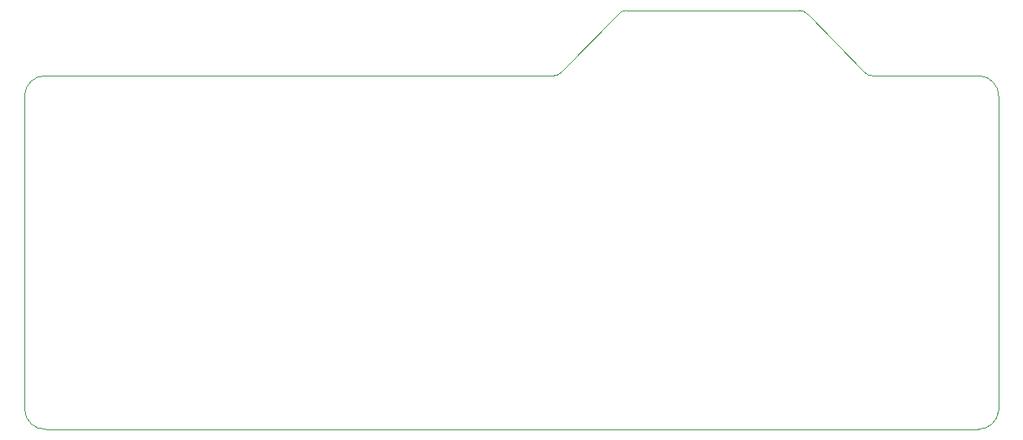
<source format=gm1>
G04 #@! TF.GenerationSoftware,KiCad,Pcbnew,(5.1.10)-1*
G04 #@! TF.CreationDate,2022-02-22T01:10:42-03:00*
G04 #@! TF.ProjectId,Alcantara_v.1.0,416c6361-6e74-4617-9261-5f762e312e30,rev?*
G04 #@! TF.SameCoordinates,Original*
G04 #@! TF.FileFunction,Profile,NP*
%FSLAX46Y46*%
G04 Gerber Fmt 4.6, Leading zero omitted, Abs format (unit mm)*
G04 Created by KiCad (PCBNEW (5.1.10)-1) date 2022-02-22 01:10:42*
%MOMM*%
%LPD*%
G01*
G04 APERTURE LIST*
G04 #@! TA.AperFunction,Profile*
%ADD10C,0.050000*%
G04 #@! TD*
G04 APERTURE END LIST*
D10*
X141808200Y-29200000D02*
X152980584Y-29200000D01*
X141808200Y-29201023D02*
G75*
G02*
X141060000Y-28870000I0J1011077D01*
G01*
X109369702Y-28889718D02*
G75*
G02*
X108648500Y-29200000I-721202J683018D01*
G01*
X115405152Y-22781199D02*
X109370000Y-28890000D01*
X135051800Y-22781321D02*
X141060000Y-28870000D01*
X115405152Y-22781199D02*
G75*
G02*
X116192300Y-22400000I787148J-622101D01*
G01*
X134264400Y-22400000D02*
G75*
G02*
X135051800Y-22781321I0J-1003621D01*
G01*
X116192300Y-22400000D02*
X134264400Y-22400000D01*
X55730000Y-65999999D02*
G75*
G02*
X53500000Y-63921529I-109100J2118470D01*
G01*
X53499626Y-31229284D02*
G75*
G02*
X55618546Y-29200000I2118920J-91616D01*
G01*
X152980557Y-29200559D02*
G75*
G02*
X155000000Y-31328471I-100874J-2117939D01*
G01*
X154998446Y-64007790D02*
G75*
G02*
X152881454Y-66000000I-2116992J128690D01*
G01*
X53500000Y-63921529D02*
X53500000Y-31229300D01*
X152881454Y-66000000D02*
X55730000Y-66000000D01*
X155000000Y-31328471D02*
X154998446Y-64007790D01*
X55618546Y-29200000D02*
X108648500Y-29200000D01*
M02*

</source>
